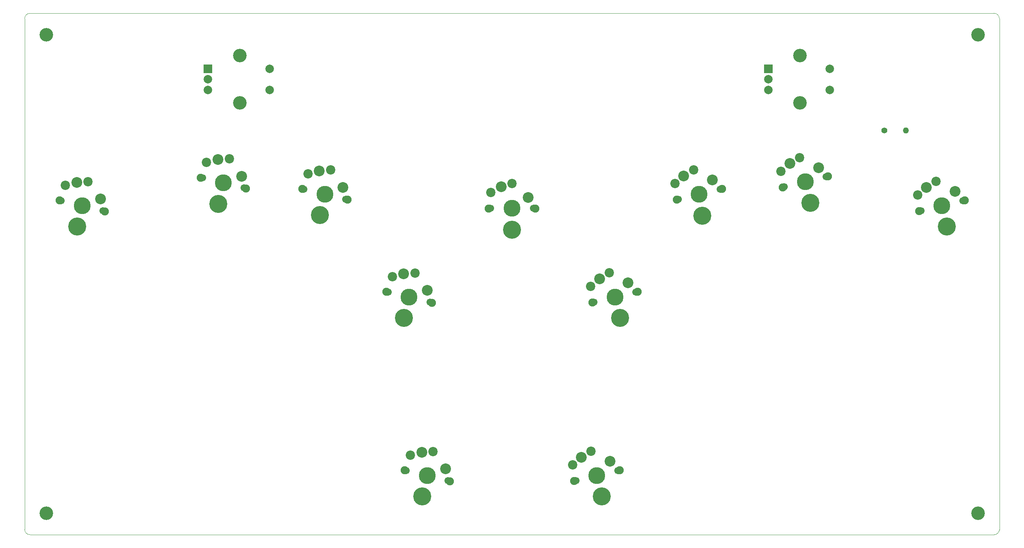
<source format=gbr>
%TF.GenerationSoftware,KiCad,Pcbnew,(6.0.1)*%
%TF.CreationDate,2023-04-04T23:27:17+09:00*%
%TF.ProjectId,MAXCON-zero,4d415843-4f4e-42d7-9a65-726f2e6b6963,rev?*%
%TF.SameCoordinates,Original*%
%TF.FileFunction,Soldermask,Bot*%
%TF.FilePolarity,Negative*%
%FSLAX46Y46*%
G04 Gerber Fmt 4.6, Leading zero omitted, Abs format (unit mm)*
G04 Created by KiCad (PCBNEW (6.0.1)) date 2023-04-04 23:27:17*
%MOMM*%
%LPD*%
G01*
G04 APERTURE LIST*
%TA.AperFunction,Profile*%
%ADD10C,0.100000*%
%TD*%
%ADD11C,1.900000*%
%ADD12C,1.701800*%
%ADD13C,3.400000*%
%ADD14C,3.987800*%
%ADD15C,2.200000*%
%ADD16C,2.540000*%
%ADD17R,2.000000X2.000000*%
%ADD18C,2.000000*%
%ADD19C,3.200000*%
%ADD20C,4.250000*%
%ADD21C,1.400000*%
%ADD22O,1.400000X1.400000*%
G04 APERTURE END LIST*
D10*
X22860000Y-29210000D02*
G75*
G03*
X21590000Y-30480000I-66J-1269934D01*
G01*
X251460000Y-30480000D02*
X251460000Y-151280000D01*
X250190000Y-152400000D02*
G75*
G03*
X251460000Y-151280000I0J1280045D01*
G01*
X21590000Y-151130000D02*
G75*
G03*
X22860000Y-152400000I1269999J-1D01*
G01*
X21590000Y-30480000D02*
X21590000Y-151130000D01*
X250190000Y-152400000D02*
X22860000Y-152400000D01*
X251460000Y-30480000D02*
G75*
G03*
X250200000Y-29200000I-1280125J33D01*
G01*
X144780000Y-29210000D02*
X250200000Y-29200000D01*
X128270000Y-29210000D02*
X22860000Y-29210000D01*
X128270000Y-29210000D02*
X144780000Y-29210000D01*
D11*
%TO.C,SW3*%
X186052331Y-70690330D03*
X175356262Y-73258229D03*
D12*
X175734512Y-73141708D03*
X185613790Y-70769904D03*
D13*
X180704296Y-71974279D03*
D14*
X180674151Y-71955806D03*
D15*
X179326969Y-66237297D03*
D16*
X177018429Y-67609118D03*
X183785929Y-68596560D03*
D15*
X174955354Y-69446500D03*
%TD*%
D17*
%TO.C,E2*%
X196950000Y-42311371D03*
D18*
X196950000Y-47311371D03*
X196950000Y-44811371D03*
D19*
X204450000Y-39211371D03*
X204450000Y-50411371D03*
D18*
X211450000Y-47311371D03*
X211450000Y-42311371D03*
%TD*%
D19*
%TO.C,REF\u002A\u002A*%
X26670000Y-34290000D03*
%TD*%
D13*
%TO.C,SW1*%
X237919767Y-74692702D03*
D14*
X237889622Y-74674229D03*
D11*
X243267802Y-73408753D03*
X232571733Y-75976652D03*
D12*
X232949983Y-75860131D03*
X242829261Y-73488327D03*
D16*
X234233900Y-70327541D03*
D15*
X236542440Y-68955720D03*
D16*
X241001400Y-71314983D03*
D15*
X232170825Y-72164923D03*
%TD*%
D20*
%TO.C,D4*%
X161986267Y-101206607D03*
%TD*%
%TO.C,D6*%
X136524823Y-80371371D03*
%TD*%
D14*
%TO.C,SW10*%
X35160138Y-74674706D03*
D11*
X29830577Y-73420902D03*
D13*
X35178611Y-74704851D03*
D11*
X40526646Y-75988801D03*
D12*
X40099777Y-75860608D03*
X30220499Y-73488804D03*
D16*
X33876221Y-69142116D03*
D15*
X36555939Y-68967869D03*
X31203854Y-69842619D03*
D16*
X39457819Y-73094313D03*
%TD*%
D11*
%TO.C,SW4*%
X166178544Y-95001492D03*
D12*
X165740003Y-95081066D03*
X155860725Y-97452870D03*
D14*
X160800364Y-96266968D03*
D13*
X160830509Y-96285441D03*
D11*
X155482475Y-97569391D03*
D15*
X159453182Y-90548459D03*
D16*
X157144642Y-91920280D03*
X163912142Y-92907722D03*
D15*
X155081567Y-93757662D03*
%TD*%
D20*
%TO.C,D5*%
X157710903Y-143369639D03*
%TD*%
%TO.C,D11*%
X33974235Y-79614345D03*
%TD*%
D12*
%TO.C,SW11*%
X131444823Y-75291371D03*
D13*
X136549823Y-75316371D03*
D12*
X141604823Y-75291371D03*
D11*
X131049823Y-75316371D03*
D14*
X136524823Y-75291371D03*
D11*
X142049823Y-75316371D03*
D16*
X133984823Y-70211371D03*
D15*
X136549823Y-69416371D03*
D16*
X140334823Y-72751371D03*
D15*
X131549823Y-71516371D03*
%TD*%
D21*
%TO.C,R1*%
X224282000Y-56896000D03*
D22*
X229362000Y-56896000D03*
%TD*%
D19*
%TO.C,REF\u002A\u002A*%
X246380000Y-34290000D03*
%TD*%
D11*
%TO.C,SW2*%
X200365846Y-70339205D03*
D12*
X210623374Y-67850880D03*
D11*
X211061915Y-67771306D03*
D14*
X205683735Y-69036782D03*
D13*
X205713880Y-69055255D03*
D12*
X200744096Y-70222684D03*
D15*
X204336553Y-63318273D03*
D16*
X202028013Y-64690094D03*
D15*
X199964938Y-66527476D03*
D16*
X208795513Y-65677536D03*
%TD*%
D17*
%TO.C,E1*%
X64850000Y-42300000D03*
D18*
X64850000Y-47300000D03*
X64850000Y-44800000D03*
D19*
X72350000Y-50400000D03*
X72350000Y-39200000D03*
D18*
X79350000Y-47300000D03*
X79350000Y-42300000D03*
%TD*%
D20*
%TO.C,D1*%
X239075525Y-79613868D03*
%TD*%
D12*
%TO.C,SW8*%
X87435969Y-70770381D03*
X97315247Y-73142185D03*
D13*
X92394081Y-71986428D03*
D11*
X87046047Y-70702479D03*
X97742116Y-73270378D03*
D14*
X92375608Y-71956283D03*
D16*
X91091691Y-66423693D03*
D15*
X93771409Y-66249446D03*
X88419324Y-67124196D03*
D16*
X96673289Y-70375890D03*
%TD*%
D19*
%TO.C,REF\u002A\u002A*%
X246380000Y-147320000D03*
%TD*%
D11*
%TO.C,SW6*%
X121891268Y-139744572D03*
D12*
X111585121Y-137244575D03*
D11*
X111195199Y-137176673D03*
D12*
X121464399Y-139616379D03*
D14*
X116524760Y-138430477D03*
D13*
X116543233Y-138460622D03*
D16*
X115240843Y-132897887D03*
D15*
X117920561Y-132723640D03*
D16*
X120822441Y-136850084D03*
D15*
X112568476Y-133598390D03*
%TD*%
D20*
%TO.C,D3*%
X181359282Y-77015669D03*
%TD*%
%TO.C,D2*%
X206869637Y-73976420D03*
%TD*%
%TO.C,D9*%
X91189707Y-76895921D03*
%TD*%
D11*
%TO.C,SW5*%
X151207111Y-139732423D03*
X161903180Y-137164524D03*
D12*
X161464639Y-137244098D03*
X151585361Y-139615902D03*
D13*
X156555145Y-138448473D03*
D14*
X156525000Y-138430000D03*
D15*
X155177818Y-132711491D03*
D16*
X152869278Y-134083312D03*
D15*
X150806203Y-135920694D03*
D16*
X159636778Y-135070754D03*
%TD*%
D11*
%TO.C,SW9*%
X63125519Y-68044913D03*
X73821588Y-70612812D03*
D12*
X73394719Y-70484619D03*
D14*
X68455080Y-69298717D03*
D13*
X68473553Y-69328862D03*
D12*
X63515441Y-68112815D03*
D16*
X67171163Y-63766127D03*
D15*
X69850881Y-63591880D03*
X64498796Y-64466630D03*
D16*
X72752761Y-67718324D03*
%TD*%
D11*
%TO.C,SW7*%
X117615904Y-97581540D03*
D12*
X117189035Y-97453347D03*
D11*
X106919835Y-95013641D03*
D14*
X112249396Y-96267445D03*
D12*
X107309757Y-95081543D03*
D13*
X112267869Y-96297590D03*
D16*
X110965479Y-90734855D03*
D15*
X113645197Y-90560608D03*
D16*
X116547077Y-94687052D03*
D15*
X108293112Y-91435358D03*
%TD*%
D20*
%TO.C,D7*%
X115338857Y-143370116D03*
%TD*%
%TO.C,D10*%
X67269177Y-74238357D03*
%TD*%
D19*
%TO.C,REF\u002A\u002A*%
X26670000Y-147320000D03*
%TD*%
D20*
%TO.C,D8*%
X111063493Y-101207085D03*
%TD*%
M02*

</source>
